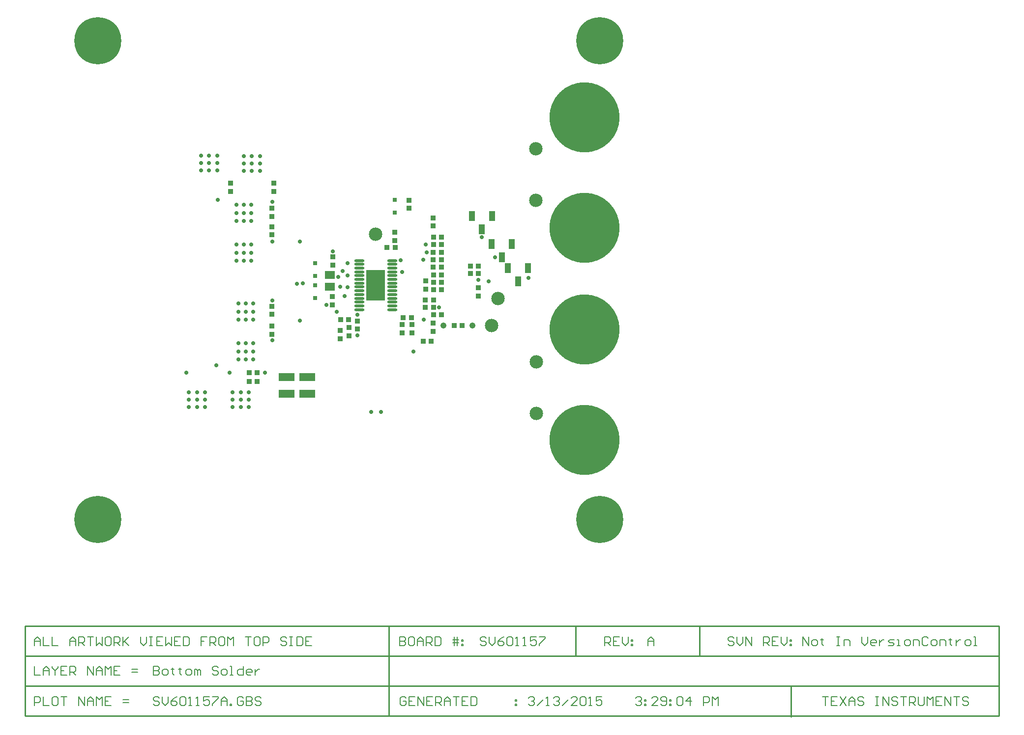
<source format=gbs>
%FSAX25Y25*%
%MOIN*%
G70*
G01*
G75*
G04 Layer_Color=16711935*
%ADD10R,0.90000X0.25000*%
%ADD11R,0.07874X0.07874*%
%ADD12R,0.07480X0.17323*%
%ADD13R,0.02559X0.04724*%
%ADD14R,0.02756X0.01969*%
%ADD15R,0.18504X0.17716*%
%ADD16R,0.21654X0.27559*%
%ADD17C,0.03937*%
%ADD18R,0.07874X0.15748*%
%ADD19R,0.03937X0.44094*%
%ADD20R,0.03937X0.25984*%
%ADD21R,0.10630X0.05118*%
%ADD22R,0.06300X0.05000*%
%ADD23R,0.03740X0.03937*%
%ADD24R,0.04724X0.02559*%
%ADD25R,0.01969X0.02756*%
%ADD26R,0.17716X0.18504*%
%ADD27R,0.07874X0.07874*%
%ADD28P,0.07072X4X90.0*%
%ADD29C,0.02400*%
%ADD30C,0.01200*%
%ADD31C,0.01000*%
%ADD32C,0.00800*%
%ADD33C,0.31496*%
%ADD34C,0.08700*%
%ADD35C,0.47244*%
%ADD36C,0.01575*%
%ADD37C,0.02400*%
%ADD38C,0.03800*%
%ADD39C,0.00700*%
%ADD40R,0.03937X0.06299*%
%ADD41R,0.02362X0.02362*%
%ADD42R,0.12205X0.20394*%
%ADD43O,0.06693X0.01378*%
%ADD44R,0.03347X0.03150*%
%ADD45R,0.03000X0.03000*%
%ADD46R,0.03150X0.03347*%
%ADD47C,0.01600*%
%ADD48C,0.00799*%
%ADD49C,0.00500*%
%ADD50C,0.00787*%
%ADD51C,0.00709*%
%ADD52C,0.00669*%
%ADD53C,0.01400*%
%ADD54R,0.12400X0.02000*%
%ADD55R,0.01762X0.02224*%
%ADD56R,0.02224X0.01762*%
%ADD57R,0.02000X0.12400*%
%ADD58R,0.30000X0.10000*%
%ADD59R,0.05118X0.04854*%
%ADD60R,0.05118X0.04854*%
%ADD61R,0.04854X0.05118*%
%ADD62R,0.08268X0.08268*%
%ADD63R,0.07874X0.17716*%
%ADD64R,0.02953X0.05118*%
%ADD65R,0.03150X0.02362*%
%ADD66R,0.18898X0.18110*%
%ADD67R,0.22047X0.27953*%
%ADD68C,0.07874*%
%ADD69R,0.08268X0.16142*%
%ADD70R,0.04331X0.44488*%
%ADD71R,0.04331X0.26378*%
%ADD72R,0.11024X0.05512*%
%ADD73R,0.06694X0.05394*%
%ADD74R,0.04134X0.04331*%
%ADD75R,0.05118X0.02953*%
%ADD76R,0.02362X0.03150*%
%ADD77R,0.18110X0.18898*%
%ADD78R,0.08268X0.08268*%
%ADD79C,0.31890*%
%ADD80C,0.09094*%
%ADD81C,0.47638*%
%ADD82C,0.01969*%
%ADD83C,0.02794*%
%ADD84C,0.04194*%
%ADD85R,0.04331X0.06693*%
%ADD86R,0.02756X0.02756*%
%ADD87R,0.12598X0.20787*%
%ADD88O,0.07087X0.01772*%
%ADD89R,0.03740X0.03543*%
%ADD90R,0.03394X0.03394*%
%ADD91R,0.03543X0.03740*%
G54D31*
X0497200Y0080717D02*
Y0101050D01*
X0413200Y0080717D02*
Y0101050D01*
X0040000Y0080717D02*
X0700200D01*
X0040000Y0060383D02*
X0700000D01*
X0040000Y0040050D02*
X0440500D01*
X0040050Y0101050D02*
X0700200D01*
X0040050Y0040050D02*
Y0101050D01*
Y0040050D02*
X0197600D01*
X0040000D02*
Y0101050D01*
X0286500Y0040050D02*
Y0101050D01*
X0700200Y0040050D02*
Y0101050D01*
X0440500Y0040050D02*
X0700200D01*
X0559400Y0039400D02*
Y0059683D01*
G54D32*
X0126900Y0073549D02*
Y0067551D01*
X0129899D01*
X0130899Y0068550D01*
Y0069550D01*
X0129899Y0070550D01*
X0126900D01*
X0129899D01*
X0130899Y0071549D01*
Y0072549D01*
X0129899Y0073549D01*
X0126900D01*
X0133898Y0067551D02*
X0135897D01*
X0136897Y0068550D01*
Y0070550D01*
X0135897Y0071549D01*
X0133898D01*
X0132898Y0070550D01*
Y0068550D01*
X0133898Y0067551D01*
X0139896Y0072549D02*
Y0071549D01*
X0138896D01*
X0140895D01*
X0139896D01*
Y0068550D01*
X0140895Y0067551D01*
X0144894Y0072549D02*
Y0071549D01*
X0143895D01*
X0145894D01*
X0144894D01*
Y0068550D01*
X0145894Y0067551D01*
X0149893D02*
X0151892D01*
X0152892Y0068550D01*
Y0070550D01*
X0151892Y0071549D01*
X0149893D01*
X0148893Y0070550D01*
Y0068550D01*
X0149893Y0067551D01*
X0154891D02*
Y0071549D01*
X0155891D01*
X0156890Y0070550D01*
Y0067551D01*
Y0070550D01*
X0157890Y0071549D01*
X0158890Y0070550D01*
Y0067551D01*
X0170886Y0072549D02*
X0169886Y0073549D01*
X0167887D01*
X0166887Y0072549D01*
Y0071549D01*
X0167887Y0070550D01*
X0169886D01*
X0170886Y0069550D01*
Y0068550D01*
X0169886Y0067551D01*
X0167887D01*
X0166887Y0068550D01*
X0173885Y0067551D02*
X0175884D01*
X0176884Y0068550D01*
Y0070550D01*
X0175884Y0071549D01*
X0173885D01*
X0172885Y0070550D01*
Y0068550D01*
X0173885Y0067551D01*
X0178883D02*
X0180883D01*
X0179883D01*
Y0073549D01*
X0178883D01*
X0187880D02*
Y0067551D01*
X0184881D01*
X0183882Y0068550D01*
Y0070550D01*
X0184881Y0071549D01*
X0187880D01*
X0192879Y0067551D02*
X0190879D01*
X0189880Y0068550D01*
Y0070550D01*
X0190879Y0071549D01*
X0192879D01*
X0193878Y0070550D01*
Y0069550D01*
X0189880D01*
X0195878Y0071549D02*
Y0067551D01*
Y0069550D01*
X0196877Y0070550D01*
X0197877Y0071549D01*
X0198877D01*
X0567400Y0087833D02*
Y0093831D01*
X0571399Y0087833D01*
Y0093831D01*
X0574398Y0087833D02*
X0576397D01*
X0577397Y0088833D01*
Y0090832D01*
X0576397Y0091832D01*
X0574398D01*
X0573398Y0090832D01*
Y0088833D01*
X0574398Y0087833D01*
X0580396Y0092832D02*
Y0091832D01*
X0579396D01*
X0581395D01*
X0580396D01*
Y0088833D01*
X0581395Y0087833D01*
X0590393Y0093831D02*
X0592392D01*
X0591392D01*
Y0087833D01*
X0590393D01*
X0592392D01*
X0595391D02*
Y0091832D01*
X0598390D01*
X0599390Y0090832D01*
Y0087833D01*
X0607387Y0093831D02*
Y0089833D01*
X0609386Y0087833D01*
X0611386Y0089833D01*
Y0093831D01*
X0616384Y0087833D02*
X0614385D01*
X0613385Y0088833D01*
Y0090832D01*
X0614385Y0091832D01*
X0616384D01*
X0617384Y0090832D01*
Y0089833D01*
X0613385D01*
X0619383Y0091832D02*
Y0087833D01*
Y0089833D01*
X0620383Y0090832D01*
X0621383Y0091832D01*
X0622382D01*
X0625381Y0087833D02*
X0628380D01*
X0629380Y0088833D01*
X0628380Y0089833D01*
X0626381D01*
X0625381Y0090832D01*
X0626381Y0091832D01*
X0629380D01*
X0631379Y0087833D02*
X0633379D01*
X0632379D01*
Y0091832D01*
X0631379D01*
X0637377Y0087833D02*
X0639377D01*
X0640376Y0088833D01*
Y0090832D01*
X0639377Y0091832D01*
X0637377D01*
X0636378Y0090832D01*
Y0088833D01*
X0637377Y0087833D01*
X0642376D02*
Y0091832D01*
X0645375D01*
X0646374Y0090832D01*
Y0087833D01*
X0652373Y0092832D02*
X0651373Y0093831D01*
X0649373D01*
X0648374Y0092832D01*
Y0088833D01*
X0649373Y0087833D01*
X0651373D01*
X0652373Y0088833D01*
X0655372Y0087833D02*
X0657371D01*
X0658371Y0088833D01*
Y0090832D01*
X0657371Y0091832D01*
X0655372D01*
X0654372Y0090832D01*
Y0088833D01*
X0655372Y0087833D01*
X0660370D02*
Y0091832D01*
X0663369D01*
X0664369Y0090832D01*
Y0087833D01*
X0667368Y0092832D02*
Y0091832D01*
X0666368D01*
X0668367D01*
X0667368D01*
Y0088833D01*
X0668367Y0087833D01*
X0671366Y0091832D02*
Y0087833D01*
Y0089833D01*
X0672366Y0090832D01*
X0673366Y0091832D01*
X0674365D01*
X0678364Y0087833D02*
X0680364D01*
X0681363Y0088833D01*
Y0090832D01*
X0680364Y0091832D01*
X0678364D01*
X0677364Y0090832D01*
Y0088833D01*
X0678364Y0087833D01*
X0683362D02*
X0685362D01*
X0684362D01*
Y0093831D01*
X0683362D01*
X0520799Y0092832D02*
X0519799Y0093831D01*
X0517800D01*
X0516800Y0092832D01*
Y0091832D01*
X0517800Y0090832D01*
X0519799D01*
X0520799Y0089833D01*
Y0088833D01*
X0519799Y0087833D01*
X0517800D01*
X0516800Y0088833D01*
X0522798Y0093831D02*
Y0089833D01*
X0524797Y0087833D01*
X0526797Y0089833D01*
Y0093831D01*
X0528796Y0087833D02*
Y0093831D01*
X0532795Y0087833D01*
Y0093831D01*
X0540792Y0087833D02*
Y0093831D01*
X0543791D01*
X0544791Y0092832D01*
Y0090832D01*
X0543791Y0089833D01*
X0540792D01*
X0542792D02*
X0544791Y0087833D01*
X0550789Y0093831D02*
X0546790D01*
Y0087833D01*
X0550789D01*
X0546790Y0090832D02*
X0548790D01*
X0552788Y0093831D02*
Y0089833D01*
X0554788Y0087833D01*
X0556787Y0089833D01*
Y0093831D01*
X0558786Y0091832D02*
X0559786D01*
Y0090832D01*
X0558786D01*
Y0091832D01*
Y0088833D02*
X0559786D01*
Y0087833D01*
X0558786D01*
Y0088833D01*
X0433000Y0087833D02*
Y0093831D01*
X0435999D01*
X0436999Y0092832D01*
Y0090832D01*
X0435999Y0089833D01*
X0433000D01*
X0434999D02*
X0436999Y0087833D01*
X0442997Y0093831D02*
X0438998D01*
Y0087833D01*
X0442997D01*
X0438998Y0090832D02*
X0440997D01*
X0444996Y0093831D02*
Y0089833D01*
X0446995Y0087833D01*
X0448995Y0089833D01*
Y0093831D01*
X0450994Y0091832D02*
X0451994D01*
Y0090832D01*
X0450994D01*
Y0091832D01*
Y0088833D02*
X0451994D01*
Y0087833D01*
X0450994D01*
Y0088833D01*
X0130899Y0051965D02*
X0129899Y0052965D01*
X0127900D01*
X0126900Y0051965D01*
Y0050965D01*
X0127900Y0049966D01*
X0129899D01*
X0130899Y0048966D01*
Y0047966D01*
X0129899Y0046966D01*
X0127900D01*
X0126900Y0047966D01*
X0132898Y0052965D02*
Y0048966D01*
X0134897Y0046966D01*
X0136897Y0048966D01*
Y0052965D01*
X0142895D02*
X0140895Y0051965D01*
X0138896Y0049966D01*
Y0047966D01*
X0139896Y0046966D01*
X0141895D01*
X0142895Y0047966D01*
Y0048966D01*
X0141895Y0049966D01*
X0138896D01*
X0144894Y0051965D02*
X0145894Y0052965D01*
X0147893D01*
X0148893Y0051965D01*
Y0047966D01*
X0147893Y0046966D01*
X0145894D01*
X0144894Y0047966D01*
Y0051965D01*
X0150892Y0046966D02*
X0152892D01*
X0151892D01*
Y0052965D01*
X0150892Y0051965D01*
X0155891Y0046966D02*
X0157890D01*
X0156890D01*
Y0052965D01*
X0155891Y0051965D01*
X0164888Y0052965D02*
X0160889D01*
Y0049966D01*
X0162888Y0050965D01*
X0163888D01*
X0164888Y0049966D01*
Y0047966D01*
X0163888Y0046966D01*
X0161889D01*
X0160889Y0047966D01*
X0166887Y0052965D02*
X0170886D01*
Y0051965D01*
X0166887Y0047966D01*
Y0046966D01*
X0172885D02*
Y0050965D01*
X0174884Y0052965D01*
X0176884Y0050965D01*
Y0046966D01*
Y0049966D01*
X0172885D01*
X0178883Y0046966D02*
Y0047966D01*
X0179883D01*
Y0046966D01*
X0178883D01*
X0187880Y0051965D02*
X0186881Y0052965D01*
X0184881D01*
X0183882Y0051965D01*
Y0047966D01*
X0184881Y0046966D01*
X0186881D01*
X0187880Y0047966D01*
Y0049966D01*
X0185881D01*
X0189880Y0052965D02*
Y0046966D01*
X0192879D01*
X0193878Y0047966D01*
Y0048966D01*
X0192879Y0049966D01*
X0189880D01*
X0192879D01*
X0193878Y0050965D01*
Y0051965D01*
X0192879Y0052965D01*
X0189880D01*
X0199876Y0051965D02*
X0198877Y0052965D01*
X0196877D01*
X0195878Y0051965D01*
Y0050965D01*
X0196877Y0049966D01*
X0198877D01*
X0199876Y0048966D01*
Y0047966D01*
X0198877Y0046966D01*
X0196877D01*
X0195878Y0047966D01*
X0381150Y0051965D02*
X0382150Y0052965D01*
X0384149D01*
X0385149Y0051965D01*
Y0050965D01*
X0384149Y0049966D01*
X0383149D01*
X0384149D01*
X0385149Y0048966D01*
Y0047966D01*
X0384149Y0046966D01*
X0382150D01*
X0381150Y0047966D01*
X0387148Y0046966D02*
X0391147Y0050965D01*
X0393146Y0046966D02*
X0395146D01*
X0394146D01*
Y0052965D01*
X0393146Y0051965D01*
X0398145D02*
X0399144Y0052965D01*
X0401144D01*
X0402143Y0051965D01*
Y0050965D01*
X0401144Y0049966D01*
X0400144D01*
X0401144D01*
X0402143Y0048966D01*
Y0047966D01*
X0401144Y0046966D01*
X0399144D01*
X0398145Y0047966D01*
X0404143Y0046966D02*
X0408141Y0050965D01*
X0414139Y0046966D02*
X0410141D01*
X0414139Y0050965D01*
Y0051965D01*
X0413140Y0052965D01*
X0411140D01*
X0410141Y0051965D01*
X0416139D02*
X0417138Y0052965D01*
X0419138D01*
X0420137Y0051965D01*
Y0047966D01*
X0419138Y0046966D01*
X0417138D01*
X0416139Y0047966D01*
Y0051965D01*
X0422137Y0046966D02*
X0424136D01*
X0423136D01*
Y0052965D01*
X0422137Y0051965D01*
X0431134Y0052965D02*
X0427135D01*
Y0049966D01*
X0429135Y0050965D01*
X0430134D01*
X0431134Y0049966D01*
Y0047966D01*
X0430134Y0046966D01*
X0428135D01*
X0427135Y0047966D01*
X0298199Y0051965D02*
X0297199Y0052965D01*
X0295200D01*
X0294200Y0051965D01*
Y0047966D01*
X0295200Y0046966D01*
X0297199D01*
X0298199Y0047966D01*
Y0049966D01*
X0296199D01*
X0304197Y0052965D02*
X0300198D01*
Y0046966D01*
X0304197D01*
X0300198Y0049966D02*
X0302197D01*
X0306196Y0046966D02*
Y0052965D01*
X0310195Y0046966D01*
Y0052965D01*
X0316193D02*
X0312194D01*
Y0046966D01*
X0316193D01*
X0312194Y0049966D02*
X0314194D01*
X0318192Y0046966D02*
Y0052965D01*
X0321191D01*
X0322191Y0051965D01*
Y0049966D01*
X0321191Y0048966D01*
X0318192D01*
X0320192D02*
X0322191Y0046966D01*
X0324190D02*
Y0050965D01*
X0326190Y0052965D01*
X0328189Y0050965D01*
Y0046966D01*
Y0049966D01*
X0324190D01*
X0330188Y0052965D02*
X0334187D01*
X0332188D01*
Y0046966D01*
X0340185Y0052965D02*
X0336186D01*
Y0046966D01*
X0340185D01*
X0336186Y0049966D02*
X0338186D01*
X0342184Y0052965D02*
Y0046966D01*
X0345183D01*
X0346183Y0047966D01*
Y0051965D01*
X0345183Y0052965D01*
X0342184D01*
X0372175Y0050965D02*
X0373175D01*
Y0049966D01*
X0372175D01*
Y0050965D01*
Y0047966D02*
X0373175D01*
Y0046966D01*
X0372175D01*
Y0047966D01*
X0046350Y0087833D02*
Y0091832D01*
X0048349Y0093831D01*
X0050349Y0091832D01*
Y0087833D01*
Y0090832D01*
X0046350D01*
X0052348Y0093831D02*
Y0087833D01*
X0056347D01*
X0058346Y0093831D02*
Y0087833D01*
X0062345D01*
X0070342D02*
Y0091832D01*
X0072342Y0093831D01*
X0074341Y0091832D01*
Y0087833D01*
Y0090832D01*
X0070342D01*
X0076340Y0087833D02*
Y0093831D01*
X0079339D01*
X0080339Y0092832D01*
Y0090832D01*
X0079339Y0089833D01*
X0076340D01*
X0078340D02*
X0080339Y0087833D01*
X0082338Y0093831D02*
X0086337D01*
X0084338D01*
Y0087833D01*
X0088336Y0093831D02*
Y0087833D01*
X0090336Y0089833D01*
X0092335Y0087833D01*
Y0093831D01*
X0097334D02*
X0095334D01*
X0094335Y0092832D01*
Y0088833D01*
X0095334Y0087833D01*
X0097334D01*
X0098333Y0088833D01*
Y0092832D01*
X0097334Y0093831D01*
X0100332Y0087833D02*
Y0093831D01*
X0103332D01*
X0104331Y0092832D01*
Y0090832D01*
X0103332Y0089833D01*
X0100332D01*
X0102332D02*
X0104331Y0087833D01*
X0106331Y0093831D02*
Y0087833D01*
Y0089833D01*
X0110329Y0093831D01*
X0107330Y0090832D01*
X0110329Y0087833D01*
X0118327Y0093831D02*
Y0089833D01*
X0120326Y0087833D01*
X0122325Y0089833D01*
Y0093831D01*
X0124325D02*
X0126324D01*
X0125324D01*
Y0087833D01*
X0124325D01*
X0126324D01*
X0133322Y0093831D02*
X0129323D01*
Y0087833D01*
X0133322D01*
X0129323Y0090832D02*
X0131323D01*
X0135321Y0093831D02*
Y0087833D01*
X0137321Y0089833D01*
X0139320Y0087833D01*
Y0093831D01*
X0145318D02*
X0141319D01*
Y0087833D01*
X0145318D01*
X0141319Y0090832D02*
X0143319D01*
X0147317Y0093831D02*
Y0087833D01*
X0150316D01*
X0151316Y0088833D01*
Y0092832D01*
X0150316Y0093831D01*
X0147317D01*
X0163312D02*
X0159313D01*
Y0090832D01*
X0161313D01*
X0159313D01*
Y0087833D01*
X0165312D02*
Y0093831D01*
X0168310D01*
X0169310Y0092832D01*
Y0090832D01*
X0168310Y0089833D01*
X0165312D01*
X0167311D02*
X0169310Y0087833D01*
X0174309Y0093831D02*
X0172309D01*
X0171310Y0092832D01*
Y0088833D01*
X0172309Y0087833D01*
X0174309D01*
X0175308Y0088833D01*
Y0092832D01*
X0174309Y0093831D01*
X0177308Y0087833D02*
Y0093831D01*
X0179307Y0091832D01*
X0181306Y0093831D01*
Y0087833D01*
X0189304Y0093831D02*
X0193303D01*
X0191303D01*
Y0087833D01*
X0198301Y0093831D02*
X0196301D01*
X0195302Y0092832D01*
Y0088833D01*
X0196301Y0087833D01*
X0198301D01*
X0199301Y0088833D01*
Y0092832D01*
X0198301Y0093831D01*
X0201300Y0087833D02*
Y0093831D01*
X0204299D01*
X0205299Y0092832D01*
Y0090832D01*
X0204299Y0089833D01*
X0201300D01*
X0217295Y0092832D02*
X0216295Y0093831D01*
X0214296D01*
X0213296Y0092832D01*
Y0091832D01*
X0214296Y0090832D01*
X0216295D01*
X0217295Y0089833D01*
Y0088833D01*
X0216295Y0087833D01*
X0214296D01*
X0213296Y0088833D01*
X0219294Y0093831D02*
X0221293D01*
X0220294D01*
Y0087833D01*
X0219294D01*
X0221293D01*
X0224292Y0093831D02*
Y0087833D01*
X0227291D01*
X0228291Y0088833D01*
Y0092832D01*
X0227291Y0093831D01*
X0224292D01*
X0234289D02*
X0230291D01*
Y0087833D01*
X0234289D01*
X0230291Y0090832D02*
X0232290D01*
X0462150Y0087833D02*
Y0091832D01*
X0464149Y0093831D01*
X0466149Y0091832D01*
Y0087833D01*
Y0090832D01*
X0462150D01*
X0352549Y0092832D02*
X0351549Y0093831D01*
X0349550D01*
X0348550Y0092832D01*
Y0091832D01*
X0349550Y0090832D01*
X0351549D01*
X0352549Y0089833D01*
Y0088833D01*
X0351549Y0087833D01*
X0349550D01*
X0348550Y0088833D01*
X0354548Y0093831D02*
Y0089833D01*
X0356547Y0087833D01*
X0358547Y0089833D01*
Y0093831D01*
X0364545D02*
X0362545Y0092832D01*
X0360546Y0090832D01*
Y0088833D01*
X0361546Y0087833D01*
X0363545D01*
X0364545Y0088833D01*
Y0089833D01*
X0363545Y0090832D01*
X0360546D01*
X0366544Y0092832D02*
X0367544Y0093831D01*
X0369543D01*
X0370543Y0092832D01*
Y0088833D01*
X0369543Y0087833D01*
X0367544D01*
X0366544Y0088833D01*
Y0092832D01*
X0372542Y0087833D02*
X0374542D01*
X0373542D01*
Y0093831D01*
X0372542Y0092832D01*
X0377541Y0087833D02*
X0379540D01*
X0378540D01*
Y0093831D01*
X0377541Y0092832D01*
X0386538Y0093831D02*
X0382539D01*
Y0090832D01*
X0384538Y0091832D01*
X0385538D01*
X0386538Y0090832D01*
Y0088833D01*
X0385538Y0087833D01*
X0383539D01*
X0382539Y0088833D01*
X0388537Y0093831D02*
X0392536D01*
Y0092832D01*
X0388537Y0088833D01*
Y0087833D01*
X0294000Y0093831D02*
Y0087833D01*
X0296999D01*
X0297999Y0088833D01*
Y0089833D01*
X0296999Y0090832D01*
X0294000D01*
X0296999D01*
X0297999Y0091832D01*
Y0092832D01*
X0296999Y0093831D01*
X0294000D01*
X0302997D02*
X0300998D01*
X0299998Y0092832D01*
Y0088833D01*
X0300998Y0087833D01*
X0302997D01*
X0303997Y0088833D01*
Y0092832D01*
X0302997Y0093831D01*
X0305996Y0087833D02*
Y0091832D01*
X0307996Y0093831D01*
X0309995Y0091832D01*
Y0087833D01*
Y0090832D01*
X0305996D01*
X0311994Y0087833D02*
Y0093831D01*
X0314993D01*
X0315993Y0092832D01*
Y0090832D01*
X0314993Y0089833D01*
X0311994D01*
X0313994D02*
X0315993Y0087833D01*
X0317992Y0093831D02*
Y0087833D01*
X0320991D01*
X0321991Y0088833D01*
Y0092832D01*
X0320991Y0093831D01*
X0317992D01*
X0330988Y0087833D02*
Y0093831D01*
X0332987D02*
Y0087833D01*
X0329988Y0091832D02*
X0332987D01*
X0333987D01*
X0329988Y0089833D02*
X0333987D01*
X0335986Y0091832D02*
X0336986D01*
Y0090832D01*
X0335986D01*
Y0091832D01*
Y0088833D02*
X0336986D01*
Y0087833D01*
X0335986D01*
Y0088833D01*
X0046350Y0073549D02*
Y0067551D01*
X0050349D01*
X0052348D02*
Y0071549D01*
X0054347Y0073549D01*
X0056347Y0071549D01*
Y0067551D01*
Y0070550D01*
X0052348D01*
X0058346Y0073549D02*
Y0072549D01*
X0060346Y0070550D01*
X0062345Y0072549D01*
Y0073549D01*
X0060346Y0070550D02*
Y0067551D01*
X0068343Y0073549D02*
X0064344D01*
Y0067551D01*
X0068343D01*
X0064344Y0070550D02*
X0066343D01*
X0070342Y0067551D02*
Y0073549D01*
X0073341D01*
X0074341Y0072549D01*
Y0070550D01*
X0073341Y0069550D01*
X0070342D01*
X0072342D02*
X0074341Y0067551D01*
X0082338D02*
Y0073549D01*
X0086337Y0067551D01*
Y0073549D01*
X0088336Y0067551D02*
Y0071549D01*
X0090336Y0073549D01*
X0092335Y0071549D01*
Y0067551D01*
Y0070550D01*
X0088336D01*
X0094335Y0067551D02*
Y0073549D01*
X0096334Y0071549D01*
X0098333Y0073549D01*
Y0067551D01*
X0104331Y0073549D02*
X0100332D01*
Y0067551D01*
X0104331D01*
X0100332Y0070550D02*
X0102332D01*
X0112329Y0069550D02*
X0116327D01*
X0112329Y0071549D02*
X0116327D01*
X0046350Y0046966D02*
Y0052965D01*
X0049349D01*
X0050349Y0051965D01*
Y0049966D01*
X0049349Y0048966D01*
X0046350D01*
X0052348Y0052965D02*
Y0046966D01*
X0056347D01*
X0061345Y0052965D02*
X0059346D01*
X0058346Y0051965D01*
Y0047966D01*
X0059346Y0046966D01*
X0061345D01*
X0062345Y0047966D01*
Y0051965D01*
X0061345Y0052965D01*
X0064344D02*
X0068343D01*
X0066343D01*
Y0046966D01*
X0076340D02*
Y0052965D01*
X0080339Y0046966D01*
Y0052965D01*
X0082338Y0046966D02*
Y0050965D01*
X0084338Y0052965D01*
X0086337Y0050965D01*
Y0046966D01*
Y0049966D01*
X0082338D01*
X0088336Y0046966D02*
Y0052965D01*
X0090336Y0050965D01*
X0092335Y0052965D01*
Y0046966D01*
X0098333Y0052965D02*
X0094335D01*
Y0046966D01*
X0098333D01*
X0094335Y0049966D02*
X0096334D01*
X0106331Y0048966D02*
X0110329D01*
X0106331Y0050965D02*
X0110329D01*
X0454050Y0051965D02*
X0455050Y0052965D01*
X0457049D01*
X0458049Y0051965D01*
Y0050965D01*
X0457049Y0049966D01*
X0456049D01*
X0457049D01*
X0458049Y0048966D01*
Y0047966D01*
X0457049Y0046966D01*
X0455050D01*
X0454050Y0047966D01*
X0460048Y0050965D02*
X0461048D01*
Y0049966D01*
X0460048D01*
Y0050965D01*
Y0047966D02*
X0461048D01*
Y0046966D01*
X0460048D01*
Y0047966D01*
X0469045Y0046966D02*
X0465046D01*
X0469045Y0050965D01*
Y0051965D01*
X0468046Y0052965D01*
X0466046D01*
X0465046Y0051965D01*
X0471044Y0047966D02*
X0472044Y0046966D01*
X0474044D01*
X0475043Y0047966D01*
Y0051965D01*
X0474044Y0052965D01*
X0472044D01*
X0471044Y0051965D01*
Y0050965D01*
X0472044Y0049966D01*
X0475043D01*
X0477043Y0050965D02*
X0478042D01*
Y0049966D01*
X0477043D01*
Y0050965D01*
Y0047966D02*
X0478042D01*
Y0046966D01*
X0477043D01*
Y0047966D01*
X0482041Y0051965D02*
X0483041Y0052965D01*
X0485040D01*
X0486040Y0051965D01*
Y0047966D01*
X0485040Y0046966D01*
X0483041D01*
X0482041Y0047966D01*
Y0051965D01*
X0491038Y0046966D02*
Y0052965D01*
X0488039Y0049966D01*
X0492038D01*
X0500035Y0046966D02*
Y0052965D01*
X0503034D01*
X0504034Y0051965D01*
Y0049966D01*
X0503034Y0048966D01*
X0500035D01*
X0506033Y0046966D02*
Y0052965D01*
X0508033Y0050965D01*
X0510032Y0052965D01*
Y0046966D01*
X0580500Y0052965D02*
X0584499D01*
X0582499D01*
Y0046966D01*
X0590497Y0052965D02*
X0586498D01*
Y0046966D01*
X0590497D01*
X0586498Y0049966D02*
X0588497D01*
X0592496Y0052965D02*
X0596495Y0046966D01*
Y0052965D02*
X0592496Y0046966D01*
X0598494D02*
Y0050965D01*
X0600493Y0052965D01*
X0602493Y0050965D01*
Y0046966D01*
Y0049966D01*
X0598494D01*
X0608491Y0051965D02*
X0607491Y0052965D01*
X0605492D01*
X0604492Y0051965D01*
Y0050965D01*
X0605492Y0049966D01*
X0607491D01*
X0608491Y0048966D01*
Y0047966D01*
X0607491Y0046966D01*
X0605492D01*
X0604492Y0047966D01*
X0616488Y0052965D02*
X0618488D01*
X0617488D01*
Y0046966D01*
X0616488D01*
X0618488D01*
X0621487D02*
Y0052965D01*
X0625486Y0046966D01*
Y0052965D01*
X0631484Y0051965D02*
X0630484Y0052965D01*
X0628484D01*
X0627485Y0051965D01*
Y0050965D01*
X0628484Y0049966D01*
X0630484D01*
X0631484Y0048966D01*
Y0047966D01*
X0630484Y0046966D01*
X0628484D01*
X0627485Y0047966D01*
X0633483Y0052965D02*
X0637482D01*
X0635482D01*
Y0046966D01*
X0639481D02*
Y0052965D01*
X0642480D01*
X0643480Y0051965D01*
Y0049966D01*
X0642480Y0048966D01*
X0639481D01*
X0641480D02*
X0643480Y0046966D01*
X0645479Y0052965D02*
Y0047966D01*
X0646479Y0046966D01*
X0648478D01*
X0649478Y0047966D01*
Y0052965D01*
X0651477Y0046966D02*
Y0052965D01*
X0653476Y0050965D01*
X0655476Y0052965D01*
Y0046966D01*
X0661474Y0052965D02*
X0657475D01*
Y0046966D01*
X0661474D01*
X0657475Y0049966D02*
X0659474D01*
X0663473Y0046966D02*
Y0052965D01*
X0667472Y0046966D01*
Y0052965D01*
X0669471D02*
X0673470D01*
X0671471D01*
Y0046966D01*
X0679468Y0051965D02*
X0678468Y0052965D01*
X0676469D01*
X0675469Y0051965D01*
Y0050965D01*
X0676469Y0049966D01*
X0678468D01*
X0679468Y0048966D01*
Y0047966D01*
X0678468Y0046966D01*
X0676469D01*
X0675469Y0047966D01*
G54D72*
X0217385Y0258691D02*
D03*
Y0270109D02*
D03*
X0231385Y0258691D02*
D03*
Y0270109D02*
D03*
G54D73*
X0246700Y0331400D02*
D03*
Y0339400D02*
D03*
G54D79*
X0429700Y0173400D02*
D03*
X0089200Y0498400D02*
D03*
X0429700D02*
D03*
X0089200Y0173400D02*
D03*
G54D80*
X0277700Y0366900D02*
D03*
X0386700Y0280400D02*
D03*
X0386200Y0424900D02*
D03*
Y0389900D02*
D03*
X0356200Y0304900D02*
D03*
X0360700Y0323400D02*
D03*
X0386700Y0245400D02*
D03*
G54D81*
X0419200Y0446400D02*
D03*
Y0302400D02*
D03*
Y0227400D02*
D03*
Y0371400D02*
D03*
G54D82*
X0273763Y0340337D02*
D03*
X0277700D02*
D03*
X0281637D02*
D03*
Y0332463D02*
D03*
Y0328526D02*
D03*
Y0324589D02*
D03*
Y0336400D02*
D03*
X0277700D02*
D03*
X0273763D02*
D03*
Y0324589D02*
D03*
X0277700D02*
D03*
X0273763Y0328526D02*
D03*
X0277700D02*
D03*
X0273763Y0332463D02*
D03*
X0277700D02*
D03*
G54D83*
X0303200Y0287400D02*
D03*
X0188200Y0409900D02*
D03*
Y0414900D02*
D03*
Y0419900D02*
D03*
X0193700Y0409900D02*
D03*
Y0414900D02*
D03*
Y0419900D02*
D03*
X0199200Y0409900D02*
D03*
Y0414900D02*
D03*
Y0419900D02*
D03*
X0159200Y0410400D02*
D03*
Y0415400D02*
D03*
Y0420400D02*
D03*
X0164700Y0410400D02*
D03*
Y0415400D02*
D03*
Y0420400D02*
D03*
X0170200Y0410400D02*
D03*
Y0415400D02*
D03*
Y0420400D02*
D03*
X0151100Y0249800D02*
D03*
Y0254800D02*
D03*
Y0259800D02*
D03*
X0156600Y0249800D02*
D03*
Y0254800D02*
D03*
Y0259800D02*
D03*
X0162100Y0249800D02*
D03*
Y0254800D02*
D03*
Y0259800D02*
D03*
X0180700Y0249800D02*
D03*
Y0254800D02*
D03*
Y0259800D02*
D03*
X0186200Y0249800D02*
D03*
Y0254800D02*
D03*
Y0259800D02*
D03*
X0191700Y0249800D02*
D03*
Y0254800D02*
D03*
Y0259800D02*
D03*
X0184600Y0292900D02*
D03*
X0189600D02*
D03*
X0194600D02*
D03*
X0184600Y0287400D02*
D03*
X0189600D02*
D03*
X0194600D02*
D03*
X0184600Y0281900D02*
D03*
X0189600D02*
D03*
X0194600D02*
D03*
X0184600Y0319900D02*
D03*
X0189600D02*
D03*
X0194600D02*
D03*
X0184600Y0314400D02*
D03*
X0189600D02*
D03*
X0194600D02*
D03*
X0184600Y0308900D02*
D03*
X0189600D02*
D03*
X0194600D02*
D03*
X0183200Y0359900D02*
D03*
X0188200D02*
D03*
X0193200D02*
D03*
X0183200Y0354400D02*
D03*
X0188200D02*
D03*
X0193200D02*
D03*
X0183200Y0348900D02*
D03*
X0188200D02*
D03*
X0193200D02*
D03*
Y0375900D02*
D03*
X0188200D02*
D03*
X0183200D02*
D03*
X0193200Y0381400D02*
D03*
X0188200D02*
D03*
X0183200D02*
D03*
X0193200Y0386900D02*
D03*
X0188200D02*
D03*
X0183200D02*
D03*
X0258700Y0338900D02*
D03*
X0252200Y0337900D02*
D03*
X0309980Y0349743D02*
D03*
X0347200Y0335900D02*
D03*
X0310200Y0308900D02*
D03*
X0207700Y0294900D02*
D03*
Y0321900D02*
D03*
X0207755Y0361900D02*
D03*
X0207700Y0388900D02*
D03*
X0228200Y0333516D02*
D03*
X0224200Y0333400D02*
D03*
X0258700Y0347400D02*
D03*
X0255200Y0341900D02*
D03*
X0256700Y0324900D02*
D03*
X0258700Y0330900D02*
D03*
X0253700Y0331400D02*
D03*
X0294700Y0349463D02*
D03*
X0295700Y0341463D02*
D03*
X0248700Y0355400D02*
D03*
X0170700Y0390400D02*
D03*
X0226200Y0361900D02*
D03*
X0178700Y0272900D02*
D03*
X0149200D02*
D03*
X0202708D02*
D03*
X0169700Y0277900D02*
D03*
X0226200Y0308400D02*
D03*
X0281251Y0246400D02*
D03*
X0274700D02*
D03*
X0208700Y0401705D02*
D03*
Y0396095D02*
D03*
X0179200Y0401656D02*
D03*
X0311700Y0359900D02*
D03*
X0312200Y0354743D02*
D03*
X0320700Y0317400D02*
D03*
X0265200Y0312187D02*
D03*
X0244444Y0319144D02*
D03*
X0251200Y0314400D02*
D03*
X0179200Y0396144D02*
D03*
X0265200Y0298400D02*
D03*
X0381200Y0337400D02*
D03*
X0354200Y0334900D02*
D03*
X0358700Y0351400D02*
D03*
X0349700Y0364900D02*
D03*
G54D84*
X0323700Y0304900D02*
D03*
X0343200D02*
D03*
G54D85*
X0367310Y0343928D02*
D03*
X0381090D02*
D03*
X0374200Y0334872D02*
D03*
X0356310Y0360428D02*
D03*
X0370090D02*
D03*
X0363200Y0351372D02*
D03*
X0342810Y0379428D02*
D03*
X0356590D02*
D03*
X0349700Y0370372D02*
D03*
G54D86*
X0290700Y0381569D02*
D03*
Y0390231D02*
D03*
X0236700Y0338569D02*
D03*
Y0347231D02*
D03*
Y0332231D02*
D03*
Y0323569D02*
D03*
G54D87*
X0277700Y0332463D02*
D03*
G54D88*
X0266479Y0315829D02*
D03*
Y0318388D02*
D03*
Y0320947D02*
D03*
Y0323506D02*
D03*
Y0326065D02*
D03*
Y0328624D02*
D03*
Y0331184D02*
D03*
Y0333742D02*
D03*
Y0336302D02*
D03*
Y0338861D02*
D03*
Y0341420D02*
D03*
Y0343979D02*
D03*
Y0346538D02*
D03*
Y0349097D02*
D03*
X0288920Y0315829D02*
D03*
Y0318388D02*
D03*
Y0320947D02*
D03*
Y0323506D02*
D03*
Y0326065D02*
D03*
Y0328624D02*
D03*
Y0331184D02*
D03*
Y0333742D02*
D03*
Y0336302D02*
D03*
Y0338861D02*
D03*
Y0341420D02*
D03*
Y0343979D02*
D03*
Y0346538D02*
D03*
Y0349097D02*
D03*
G54D89*
X0207200Y0312644D02*
D03*
Y0318156D02*
D03*
X0295700Y0305656D02*
D03*
Y0300144D02*
D03*
X0302200Y0305656D02*
D03*
Y0300144D02*
D03*
X0300200Y0384644D02*
D03*
Y0390156D02*
D03*
X0290700Y0362707D02*
D03*
Y0368219D02*
D03*
X0311700Y0329707D02*
D03*
Y0335219D02*
D03*
X0248200Y0324656D02*
D03*
Y0319144D02*
D03*
X0248700Y0351656D02*
D03*
Y0346144D02*
D03*
X0316700Y0301144D02*
D03*
Y0306656D02*
D03*
Y0372644D02*
D03*
Y0378156D02*
D03*
X0265200Y0302644D02*
D03*
Y0308156D02*
D03*
X0207200Y0384656D02*
D03*
Y0379144D02*
D03*
Y0366644D02*
D03*
Y0372156D02*
D03*
X0179200Y0401656D02*
D03*
Y0396144D02*
D03*
X0208700Y0401656D02*
D03*
Y0396144D02*
D03*
X0347200Y0325144D02*
D03*
Y0330656D02*
D03*
X0207200Y0304656D02*
D03*
Y0299144D02*
D03*
G54D90*
X0253700Y0301600D02*
D03*
Y0296000D02*
D03*
X0259700Y0303700D02*
D03*
Y0298100D02*
D03*
G54D91*
X0290956Y0357900D02*
D03*
X0285444D02*
D03*
X0322456Y0334463D02*
D03*
X0316944D02*
D03*
X0316950Y0322463D02*
D03*
X0311438D02*
D03*
X0322176Y0349743D02*
D03*
X0316664D02*
D03*
X0341944Y0345463D02*
D03*
X0347456D02*
D03*
X0322456Y0359900D02*
D03*
X0316944D02*
D03*
Y0312400D02*
D03*
X0322456D02*
D03*
X0316664Y0344742D02*
D03*
X0322176D02*
D03*
X0316944Y0329463D02*
D03*
X0322456D02*
D03*
X0316664Y0354743D02*
D03*
X0322176D02*
D03*
X0347456Y0340463D02*
D03*
X0341944D02*
D03*
X0301956Y0310400D02*
D03*
X0296444D02*
D03*
X0316944Y0364900D02*
D03*
X0322456D02*
D03*
X0316944Y0339463D02*
D03*
X0322456D02*
D03*
X0311444Y0317400D02*
D03*
X0316956D02*
D03*
X0315456Y0294400D02*
D03*
X0309944D02*
D03*
X0336456Y0304900D02*
D03*
X0330944D02*
D03*
X0253944Y0308900D02*
D03*
X0259456D02*
D03*
X0197456Y0272900D02*
D03*
X0191944D02*
D03*
X0197456Y0266900D02*
D03*
X0191944D02*
D03*
M02*

</source>
